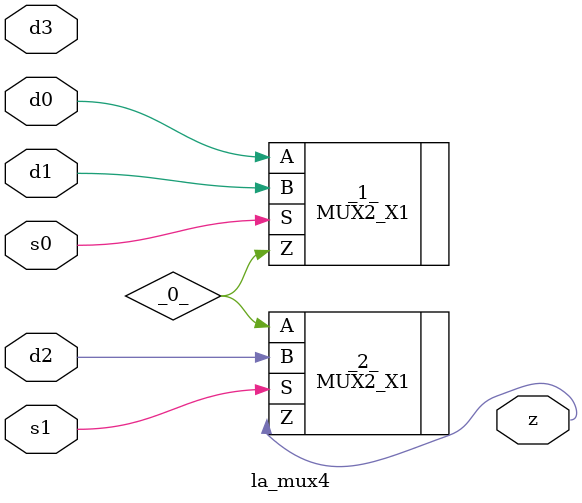
<source format=v>

/* Generated by Yosys 0.37 (git sha1 a5c7f69ed, clang 14.0.0-1ubuntu1.1 -fPIC -Os) */

module la_mux4(d0, d1, d2, d3, s0, s1, z);
  wire _0_;
  input d0;
  wire d0;
  input d1;
  wire d1;
  input d2;
  wire d2;
  input d3;
  wire d3;
  input s0;
  wire s0;
  input s1;
  wire s1;
  output z;
  wire z;
  MUX2_X1 _1_ (
    .A(d0),
    .B(d1),
    .S(s0),
    .Z(_0_)
  );
  MUX2_X1 _2_ (
    .A(_0_),
    .B(d2),
    .S(s1),
    .Z(z)
  );
endmodule

</source>
